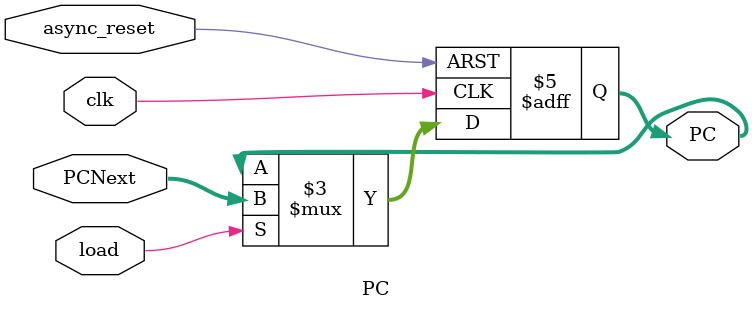
<source format=v>
module PC
(
input clk, async_reset, load,
input [31:0] PCNext,
output reg [31:0] PC
);

// Program Counter Register

always @ (posedge clk or negedge async_reset) begin
	
	if (~async_reset) begin
		PC <= 0;
	end

	else begin
		if (load) begin	
			PC <= PCNext;
		end
	end

end

endmodule

</source>
